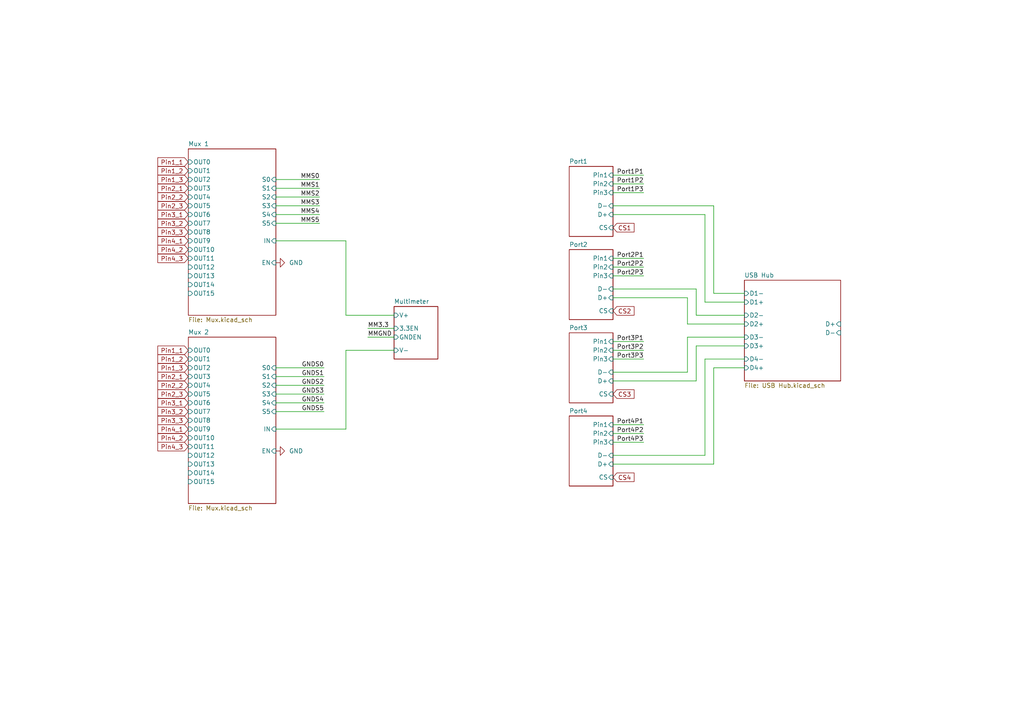
<source format=kicad_sch>
(kicad_sch (version 20231120) (generator "eeschema") (generator_version "8.0")
  (paper "A4")
  (lib_symbols
    (symbol "power:GND" (power) (pin_numbers hide) (pin_names (offset 0) hide)
      (property "Value" "GND" (at 0 -3.81 0))
      (symbol "GND_0_1"
        (polyline (pts (xy 0 0) (xy 0 -1.27) (xy 1.27 -1.27) (xy 0 -2.54) (xy -1.27 -1.27) (xy 0 -1.27)))
      )
      (symbol "GND_1_1"
        (pin power_in line (at 0 0 270) (length 0) (name "~") (number "1"))
      )
    )
  )
  (wire (pts (xy 80.01 114.3) (xy 93.98 114.3)))
  (wire (pts (xy 215.9 106.68) (xy 207.01 106.68)))
  (wire (pts (xy 80.01 62.23) (xy 92.71 62.23)))
  (wire (pts (xy 177.8 74.93) (xy 186.69 74.93)))
  (wire (pts (xy 80.01 109.22) (xy 93.98 109.22)))
  (wire (pts (xy 100.33 101.6) (xy 100.33 124.46)))
  (wire (pts (xy 177.8 101.6) (xy 186.69 101.6)))
  (wire (pts (xy 201.93 91.44) (xy 201.93 83.82)))
  (wire (pts (xy 199.39 97.79) (xy 199.39 107.95)))
  (wire (pts (xy 80.01 116.84) (xy 93.98 116.84)))
  (wire (pts (xy 114.3 101.6) (xy 100.33 101.6)))
  (wire (pts (xy 106.68 95.25) (xy 114.3 95.25)))
  (wire (pts (xy 177.8 80.01) (xy 186.69 80.01)))
  (wire (pts (xy 80.01 64.77) (xy 92.71 64.77)))
  (wire (pts (xy 100.33 69.85) (xy 100.33 91.44)))
  (wire (pts (xy 80.01 119.38) (xy 93.98 119.38)))
  (wire (pts (xy 199.39 93.98) (xy 215.9 93.98)))
  (wire (pts (xy 177.8 125.73) (xy 186.69 125.73)))
  (wire (pts (xy 215.9 104.14) (xy 204.47 104.14)))
  (wire (pts (xy 177.8 86.36) (xy 199.39 86.36)))
  (wire (pts (xy 201.93 110.49) (xy 177.8 110.49)))
  (wire (pts (xy 199.39 107.95) (xy 177.8 107.95)))
  (wire (pts (xy 177.8 50.8) (xy 186.69 50.8)))
  (wire (pts (xy 177.8 53.34) (xy 186.69 53.34)))
  (wire (pts (xy 215.9 85.09) (xy 207.01 85.09)))
  (wire (pts (xy 177.8 104.14) (xy 186.69 104.14)))
  (wire (pts (xy 207.01 106.68) (xy 207.01 134.62)))
  (wire (pts (xy 177.8 62.23) (xy 204.47 62.23)))
  (wire (pts (xy 177.8 99.06) (xy 186.69 99.06)))
  (wire (pts (xy 80.01 111.76) (xy 93.98 111.76)))
  (wire (pts (xy 204.47 62.23) (xy 204.47 87.63)))
  (wire (pts (xy 204.47 132.08) (xy 177.8 132.08)))
  (wire (pts (xy 207.01 85.09) (xy 207.01 59.69)))
  (wire (pts (xy 80.01 54.61) (xy 92.71 54.61)))
  (wire (pts (xy 80.01 106.68) (xy 93.98 106.68)))
  (wire (pts (xy 80.01 52.07) (xy 92.71 52.07)))
  (wire (pts (xy 100.33 124.46) (xy 80.01 124.46)))
  (wire (pts (xy 177.8 128.27) (xy 186.69 128.27)))
  (wire (pts (xy 207.01 59.69) (xy 177.8 59.69)))
  (wire (pts (xy 201.93 83.82) (xy 177.8 83.82)))
  (wire (pts (xy 106.68 97.79) (xy 114.3 97.79)))
  (wire (pts (xy 204.47 104.14) (xy 204.47 132.08)))
  (wire (pts (xy 215.9 91.44) (xy 201.93 91.44)))
  (wire (pts (xy 215.9 100.33) (xy 201.93 100.33)))
  (wire (pts (xy 80.01 57.15) (xy 92.71 57.15)))
  (wire (pts (xy 80.01 69.85) (xy 100.33 69.85)))
  (wire (pts (xy 204.47 87.63) (xy 215.9 87.63)))
  (wire (pts (xy 199.39 86.36) (xy 199.39 93.98)))
  (wire (pts (xy 177.8 55.88) (xy 186.69 55.88)))
  (wire (pts (xy 201.93 100.33) (xy 201.93 110.49)))
  (wire (pts (xy 177.8 77.47) (xy 186.69 77.47)))
  (wire (pts (xy 215.9 97.79) (xy 199.39 97.79)))
  (wire (pts (xy 177.8 123.19) (xy 186.69 123.19)))
  (wire (pts (xy 100.33 91.44) (xy 114.3 91.44)))
  (wire (pts (xy 80.01 59.69) (xy 92.71 59.69)))
  (wire (pts (xy 207.01 134.62) (xy 177.8 134.62)))
  (label "Port2P3" (at 186.69 80.01 180))
  (label "Port1P2" (at 186.69 53.34 180))
  (label "Port3P2" (at 186.69 101.6 180))
  (label "MMS4" (at 92.71 62.23 180))
  (label "Port1P1" (at 186.69 50.8 180))
  (label "Port4P1" (at 186.69 123.19 180))
  (label "GNDS1" (at 93.98 109.22 180))
  (label "Port2P1" (at 186.69 74.93 180))
  (label "MMS0" (at 92.71 52.07 180))
  (label "MMS2" (at 92.71 57.15 180))
  (label "GNDS0" (at 93.98 106.68 180))
  (label "GNDS5" (at 93.98 119.38 180))
  (label "Port2P2" (at 186.69 77.47 180))
  (label "GNDS3" (at 93.98 114.3 180))
  (label "Port1P3" (at 186.69 55.88 180))
  (label "MMS1" (at 92.71 54.61 180))
  (label "MMGND" (at 106.68 97.79 0))
  (label "Port3P1" (at 186.69 99.06 180))
  (label "GNDS4" (at 93.98 116.84 180))
  (label "MMS5" (at 92.71 64.77 180))
  (label "GNDS2" (at 93.98 111.76 180))
  (label "Port4P2" (at 186.69 125.73 180))
  (label "MM3.3" (at 106.68 95.25 0))
  (label "Port4P3" (at 186.69 128.27 180))
  (label "Port3P3" (at 186.69 104.14 180))
  (label "MMS3" (at 92.71 59.69 180))
  (global_label "Pin1_2" (shape input) (at 54.61 104.14 180) (property "Intersheetrefs" "${INTERSHEET_REFS}" (effects (hide yes))))
  (global_label "Pin4_1" (shape input) (at 54.61 124.46 180) (property "Intersheetrefs" "${INTERSHEET_REFS}" (effects (hide yes))))
  (global_label "Pin4_2" (shape input) (at 54.61 127 180) (property "Intersheetrefs" "${INTERSHEET_REFS}" (effects (hide yes))))
  (global_label "Pin3_3" (shape input) (at 54.61 67.31 180) (property "Intersheetrefs" "${INTERSHEET_REFS}" (effects (hide yes))))
  (global_label "Pin1_1" (shape input) (at 54.61 101.6 180) (property "Intersheetrefs" "${INTERSHEET_REFS}" (effects (hide yes))))
  (global_label "Pin3_3" (shape input) (at 54.61 121.92 180) (property "Intersheetrefs" "${INTERSHEET_REFS}" (effects (hide yes))))
  (global_label "Pin3_1" (shape input) (at 54.61 116.84 180) (property "Intersheetrefs" "${INTERSHEET_REFS}" (effects (hide yes))))
  (global_label "Pin1_2" (shape input) (at 54.61 49.53 180) (property "Intersheetrefs" "${INTERSHEET_REFS}" (effects (hide yes))))
  (global_label "Pin3_2" (shape input) (at 54.61 64.77 180) (property "Intersheetrefs" "${INTERSHEET_REFS}" (effects (hide yes))))
  (global_label "Pin2_1" (shape input) (at 54.61 109.22 180) (property "Intersheetrefs" "${INTERSHEET_REFS}" (effects (hide yes))))
  (global_label "Pin1_3" (shape input) (at 54.61 106.68 180) (property "Intersheetrefs" "${INTERSHEET_REFS}" (effects (hide yes))))
  (global_label "Pin3_1" (shape input) (at 54.61 62.23 180) (property "Intersheetrefs" "${INTERSHEET_REFS}" (effects (hide yes))))
  (global_label "Pin2_2" (shape input) (at 54.61 111.76 180) (property "Intersheetrefs" "${INTERSHEET_REFS}" (effects (hide yes))))
  (global_label "Pin2_2" (shape input) (at 54.61 57.15 180) (property "Intersheetrefs" "${INTERSHEET_REFS}" (effects (hide yes))))
  (global_label "CS2" (shape input) (at 177.8 90.17 0) (property "Intersheetrefs" "${INTERSHEET_REFS}" (effects (hide yes))))
  (global_label "Pin4_3" (shape input) (at 54.61 74.93 180) (property "Intersheetrefs" "${INTERSHEET_REFS}" (effects (hide yes))))
  (global_label "CS1" (shape input) (at 177.8 66.04 0) (property "Intersheetrefs" "${INTERSHEET_REFS}" (effects (hide yes))))
  (global_label "Pin2_1" (shape input) (at 54.61 54.61 180) (property "Intersheetrefs" "${INTERSHEET_REFS}" (effects (hide yes))))
  (global_label "CS4" (shape input) (at 177.8 138.43 0) (property "Intersheetrefs" "${INTERSHEET_REFS}" (effects (hide yes))))
  (global_label "Pin4_2" (shape input) (at 54.61 72.39 180) (property "Intersheetrefs" "${INTERSHEET_REFS}" (effects (hide yes))))
  (global_label "Pin1_3" (shape input) (at 54.61 52.07 180) (property "Intersheetrefs" "${INTERSHEET_REFS}" (effects (hide yes))))
  (global_label "Pin2_3" (shape input) (at 54.61 114.3 180) (property "Intersheetrefs" "${INTERSHEET_REFS}" (effects (hide yes))))
  (global_label "CS3" (shape input) (at 177.8 114.3 0) (property "Intersheetrefs" "${INTERSHEET_REFS}" (effects (hide yes))))
  (global_label "Pin2_3" (shape input) (at 54.61 59.69 180) (property "Intersheetrefs" "${INTERSHEET_REFS}" (effects (hide yes))))
  (global_label "Pin3_2" (shape input) (at 54.61 119.38 180) (property "Intersheetrefs" "${INTERSHEET_REFS}" (effects (hide yes))))
  (global_label "Pin4_1" (shape input) (at 54.61 69.85 180) (property "Intersheetrefs" "${INTERSHEET_REFS}" (effects (hide yes))))
  (global_label "Pin1_1" (shape input) (at 54.61 46.99 180) (property "Intersheetrefs" "${INTERSHEET_REFS}" (effects (hide yes))))
  (global_label "Pin4_3" (shape input) (at 54.61 129.54 180) (property "Intersheetrefs" "${INTERSHEET_REFS}" (effects (hide yes))))
  (symbol (lib_id "power:GND") (at 80.01 76.2 90) (unit 1)
    (property "Reference" "#PWR049" (effects (hide yes)))
    (property "Value" "GND" (at 83.82 76.1999 90) (effects (justify right)))
    (property "Description" "Power symbol creates a global label with name \"GND\" , ground" (effects (hide yes)))
  )
  (symbol (lib_id "power:GND") (at 80.01 130.81 90) (unit 1)
    (property "Reference" "#PWR050" (effects (hide yes)))
    (property "Value" "GND" (at 83.82 130.8099 90) (effects (justify right)))
    (property "Description" "Power symbol creates a global label with name \"GND\" , ground" (effects (hide yes)))
  )
  (sheet (at 165.1 48.26) (size 12.7 20.32) (stroke (width 0.1524))
    (property "Sheetname" "Port1" (at 165.1 47.5484 0) (effects (justify left bottom)))
    (property "Sheetfile" "Port.kicad_sch" (effects (hide yes)))
    (pin "Pin1" input (at 177.8 50.8 0))
    (pin "Pin2" input (at 177.8 53.34 0))
    (pin "Pin3" input (at 177.8 55.88 0))
    (pin "CS" input (at 177.8 66.04 0))
    (pin "D-" input (at 177.8 59.69 0))
    (pin "D+" input (at 177.8 62.23 0))
  )
  (sheet (at 165.1 120.65) (size 12.7 20.32) (stroke (width 0.1524))
    (property "Sheetname" "Port4" (at 165.1 119.9384 0) (effects (justify left bottom)))
    (property "Sheetfile" "Port.kicad_sch" (effects (hide yes)))
    (pin "Pin1" input (at 177.8 123.19 0))
    (pin "Pin2" input (at 177.8 125.73 0))
    (pin "Pin3" input (at 177.8 128.27 0))
    (pin "CS" input (at 177.8 138.43 0))
    (pin "D-" input (at 177.8 132.08 0))
    (pin "D+" input (at 177.8 134.62 0))
  )
  (sheet (at 54.61 97.79) (size 25.4 48.26) (stroke (width 0.1524))
    (property "Sheetname" "Mux 2" (at 54.61 97.0784 0) (effects (justify left bottom)))
    (property "Sheetfile" "Mux.kicad_sch" (at 54.61 146.6346 0) (effects (justify left top)))
    (pin "S1" input (at 80.01 109.22 0))
    (pin "S0" input (at 80.01 106.68 0))
    (pin "S2" input (at 80.01 111.76 0))
    (pin "EN" input (at 80.01 130.81 0))
    (pin "OUT7" input (at 54.61 119.38 180))
    (pin "OUT8" input (at 54.61 121.92 180))
    (pin "OUT6" input (at 54.61 116.84 180))
    (pin "OUT2" input (at 54.61 106.68 180))
    (pin "OUT5" input (at 54.61 114.3 180))
    (pin "OUT3" input (at 54.61 109.22 180))
    (pin "OUT4" input (at 54.61 111.76 180))
    (pin "OUT1" input (at 54.61 104.14 180))
    (pin "OUT12" input (at 54.61 132.08 180))
    (pin "OUT13" input (at 54.61 134.62 180))
    (pin "OUT0" input (at 54.61 101.6 180))
    (pin "OUT15" input (at 54.61 139.7 180))
    (pin "OUT14" input (at 54.61 137.16 180))
    (pin "S4" input (at 80.01 116.84 0))
    (pin "IN" input (at 80.01 124.46 0))
    (pin "S3" input (at 80.01 114.3 0))
    (pin "S5" input (at 80.01 119.38 0))
    (pin "OUT9" input (at 54.61 124.46 180))
    (pin "OUT11" input (at 54.61 129.54 180))
    (pin "OUT10" input (at 54.61 127 180))
  )
  (sheet (at 54.61 43.18) (size 25.4 48.26) (stroke (width 0.1524))
    (property "Sheetname" "Mux 1" (at 54.61 42.4684 0) (effects (justify left bottom)))
    (property "Sheetfile" "Mux.kicad_sch" (at 54.61 92.0246 0) (effects (justify left top)))
    (pin "S1" input (at 80.01 54.61 0))
    (pin "S0" input (at 80.01 52.07 0))
    (pin "S2" input (at 80.01 57.15 0))
    (pin "EN" input (at 80.01 76.2 0))
    (pin "OUT7" input (at 54.61 64.77 180))
    (pin "OUT8" input (at 54.61 67.31 180))
    (pin "OUT6" input (at 54.61 62.23 180))
    (pin "OUT2" input (at 54.61 52.07 180))
    (pin "OUT5" input (at 54.61 59.69 180))
    (pin "OUT3" input (at 54.61 54.61 180))
    (pin "OUT4" input (at 54.61 57.15 180))
    (pin "OUT1" input (at 54.61 49.53 180))
    (pin "OUT12" input (at 54.61 77.47 180))
    (pin "OUT13" input (at 54.61 80.01 180))
    (pin "OUT0" input (at 54.61 46.99 180))
    (pin "OUT15" input (at 54.61 85.09 180))
    (pin "OUT14" input (at 54.61 82.55 180))
    (pin "S4" input (at 80.01 62.23 0))
    (pin "IN" input (at 80.01 69.85 0))
    (pin "S3" input (at 80.01 59.69 0))
    (pin "S5" input (at 80.01 64.77 0))
    (pin "OUT9" input (at 54.61 69.85 180))
    (pin "OUT11" input (at 54.61 74.93 180))
    (pin "OUT10" input (at 54.61 72.39 180))
  )
  (sheet (at 165.1 96.52) (size 12.7 20.32) (stroke (width 0.1524))
    (property "Sheetname" "Port3" (at 165.1 95.8084 0) (effects (justify left bottom)))
    (property "Sheetfile" "Port.kicad_sch" (effects (hide yes)))
    (pin "Pin1" input (at 177.8 99.06 0))
    (pin "Pin2" input (at 177.8 101.6 0))
    (pin "Pin3" input (at 177.8 104.14 0))
    (pin "CS" input (at 177.8 114.3 0))
    (pin "D-" input (at 177.8 107.95 0))
    (pin "D+" input (at 177.8 110.49 0))
  )
  (sheet (at 114.3 88.9) (size 12.7 15.24) (stroke (width 0.1524))
    (property "Sheetname" "Multimeter" (at 114.3 88.1884 0) (effects (justify left bottom)))
    (property "Sheetfile" "MM.kicad_sch" (effects (hide yes)))
    (pin "V+" input (at 114.3 91.44 180))
    (pin "V-" input (at 114.3 101.6 180))
    (pin "GNDEN" input (at 114.3 97.79 180))
    (pin "3.3EN" input (at 114.3 95.25 180))
  )
  (sheet (at 165.1 72.39) (size 12.7 20.32) (stroke (width 0.1524))
    (property "Sheetname" "Port2" (at 165.1 71.6784 0) (effects (justify left bottom)))
    (property "Sheetfile" "Port.kicad_sch" (effects (hide yes)))
    (pin "Pin1" input (at 177.8 74.93 0))
    (pin "Pin2" input (at 177.8 77.47 0))
    (pin "Pin3" input (at 177.8 80.01 0))
    (pin "CS" input (at 177.8 90.17 0))
    (pin "D-" input (at 177.8 83.82 0))
    (pin "D+" input (at 177.8 86.36 0))
  )
  (sheet (at 215.9 81.28) (size 27.94 29.21) (stroke (width 0.1524))
    (property "Sheetname" "USB Hub" (at 215.9 80.5684 0) (effects (justify left bottom)))
    (property "Sheetfile" "USB Hub.kicad_sch" (at 215.9 111.0746 0) (effects (justify left top)))
    (pin "D+" input (at 243.84 93.98 0))
    (pin "D-" input (at 243.84 96.52 0))
    (pin "D1+" input (at 215.9 87.63 180))
    (pin "D1-" input (at 215.9 85.09 180))
    (pin "D2-" input (at 215.9 91.44 180))
    (pin "D2+" input (at 215.9 93.98 180))
    (pin "D3-" input (at 215.9 97.79 180))
    (pin "D3+" input (at 215.9 100.33 180))
    (pin "D4-" input (at 215.9 104.14 180))
    (pin "D4+" input (at 215.9 106.68 180))
  )
)
</source>
